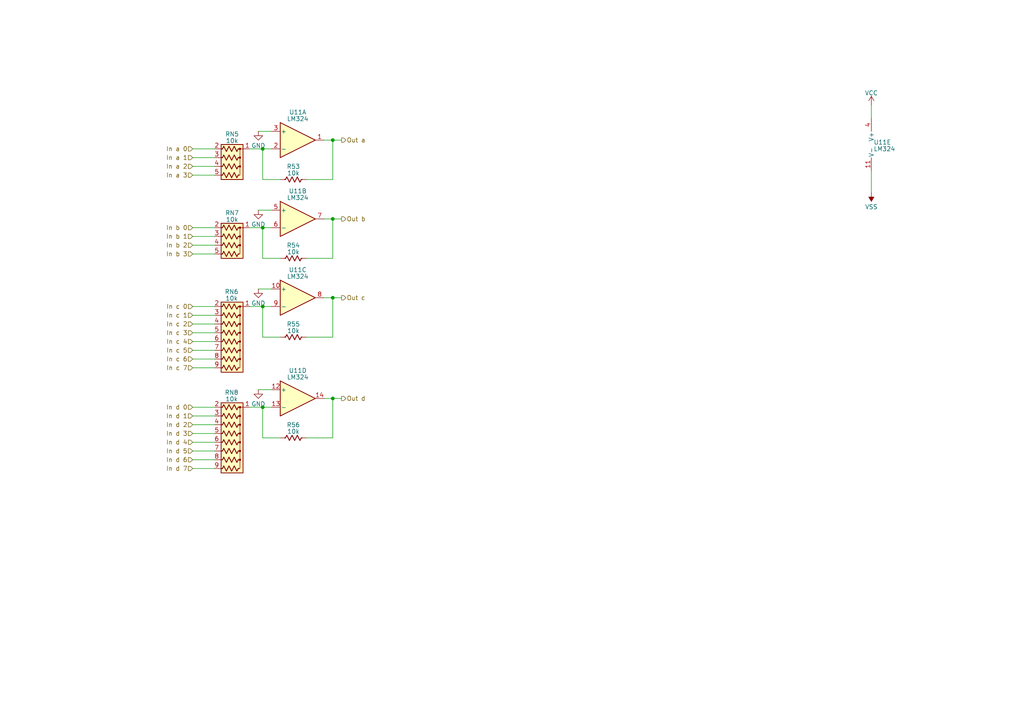
<source format=kicad_sch>
(kicad_sch (version 20230121) (generator eeschema)
  (paper "A4")
  (title_block (title "Inverting Summer 2x8 2x4"))
  (lib_symbols
    (symbol "Amplifier_Operational:LM324" (pin_names (offset 0.127))
      (property "Reference" "U" (at 0 5.08 0))
      (property "Value" "LM324" (at 0 -5.08 0))
      (symbol "LM324_1_1"
        (polyline (pts (xy -5.08 5.08) (xy 5.08 0) (xy -5.08 -5.08) (xy -5.08 5.08)) (stroke (width 0.254)) (fill (type background)))
        (pin output line (at 7.62 0 180) (length 2.54) (name "~") (number "1"))
        (pin input line (at -7.62 -2.54 0) (length 2.54) (name "-") (number "2"))
        (pin input line (at -7.62 2.54 0) (length 2.54) (name "+") (number "3"))
      )
      (symbol "LM324_2_1"
        (polyline (pts (xy -5.08 5.08) (xy 5.08 0) (xy -5.08 -5.08) (xy -5.08 5.08)) (stroke (width 0.254)) (fill (type background)))
        (pin input line (at -7.62 2.54 0) (length 2.54) (name "+") (number "5"))
        (pin input line (at -7.62 -2.54 0) (length 2.54) (name "-") (number "6"))
        (pin output line (at 7.62 0 180) (length 2.54) (name "~") (number "7"))
      )
      (symbol "LM324_3_1"
        (polyline (pts (xy -5.08 5.08) (xy 5.08 0) (xy -5.08 -5.08) (xy -5.08 5.08)) (stroke (width 0.254)) (fill (type background)))
        (pin input line (at -7.62 2.54 0) (length 2.54) (name "+") (number "10"))
        (pin output line (at 7.62 0 180) (length 2.54) (name "~") (number "8"))
        (pin input line (at -7.62 -2.54 0) (length 2.54) (name "-") (number "9"))
      )
      (symbol "LM324_4_1"
        (polyline (pts (xy -5.08 5.08) (xy 5.08 0) (xy -5.08 -5.08) (xy -5.08 5.08)) (stroke (width 0.254)) (fill (type background)))
        (pin input line (at -7.62 2.54 0) (length 2.54) (name "+") (number "12"))
        (pin input line (at -7.62 -2.54 0) (length 2.54) (name "-") (number "13"))
        (pin output line (at 7.62 0 180) (length 2.54) (name "~") (number "14"))
      )
      (symbol "LM324_5_1"
        (pin power_in line (at -2.54 -7.62 90) (length 3.81) (name "V-") (number "11"))
        (pin power_in line (at -2.54 7.62 270) (length 3.81) (name "V+") (number "4"))
      )
    )
    (symbol "PCM_Resistor_US_AKL:R_Box_L8.4mm_W2.5mm_P5.08mm" (pin_numbers hide) (pin_names (offset 0))
      (property "Reference" "R" (at 2.54 1.27 0))
      (property "Value" "R_Box_L8.4mm_W2.5mm_P5.08mm" (at 2.54 -1.27 0))
      (symbol "R_Box_L8.4mm_W2.5mm_P5.08mm_0_1"
        (polyline (pts (xy 0 -2.286) (xy 0 -2.54)) (stroke (width 0.254)))
        (polyline (pts (xy 0 2.286) (xy 0 2.54)) (stroke (width 0.254)))
        (polyline (pts (xy 0 2.286) (xy 0.762 1.905) (xy -0.762 1.143) (xy 0 0.762) (xy 0.762 0.381) (xy 0 0) (xy -0.762 -0.381) (xy 0 -0.762) (xy 0.762 -1.143) (xy 0 -1.524) (xy -0.762 -1.905) (xy 0 -2.286)) (stroke (width 0.254)))
      )
      (symbol "R_Box_L8.4mm_W2.5mm_P5.08mm_1_1"
        (pin passive line (at 0 3.81 270) (length 1.27) (name "~") (number "1"))
        (pin passive line (at 0 -3.81 90) (length 1.27) (name "~") (number "2"))
      )
    )
    (symbol "PCM_Resistor_US_AKL:R_Bussed_SIP-5" (pin_names (offset 0.002) hide)
      (property "Reference" "RN" (at 5.08 1.27 0))
      (property "Value" "R_Bussed_SIP-5" (at 5.08 -1.27 0))
      (symbol "R_Bussed_SIP-5_0_1"
        (rectangle (start -6.35 -3.175) (end 3.81 3.175) (stroke (width 0.254)) (fill (type background)))
        (circle (center -5.08 2.286) (radius 0.254) (fill (type outline)))
        (circle (center -2.54 2.286) (radius 0.254) (fill (type outline)))
        (polyline (pts (xy -5.08 -2.794) (xy -5.08 -3.81)))
        (polyline (pts (xy -5.08 -2.794) (xy -5.08 -3.048)) (stroke (width 0.254)))
        (polyline (pts (xy -5.08 1.778) (xy -5.08 2.032)) (stroke (width 0.254)))
        (polyline (pts (xy -5.08 3.81) (xy -5.08 2.54)))
        (polyline (pts (xy -2.54 -2.794) (xy -2.54 -3.81)))
        (polyline (pts (xy -2.54 -2.794) (xy -2.54 -3.048)) (stroke (width 0.254)))
        (polyline (pts (xy -2.54 1.778) (xy -2.54 2.032)) (stroke (width 0.254)))
        (polyline (pts (xy 0 -2.794) (xy 0 -3.81)))
        (polyline (pts (xy 0 -2.794) (xy 0 -3.048)) (stroke (width 0.254)))
        (polyline (pts (xy 0 1.778) (xy 0 2.032)) (stroke (width 0.254)))
        (polyline (pts (xy 2.54 -2.794) (xy 2.54 -3.81)))
        (polyline (pts (xy 2.54 -2.794) (xy 2.54 -3.048)) (stroke (width 0.254)))
        (polyline (pts (xy 2.54 1.778) (xy 2.54 2.032)) (stroke (width 0.254)))
        (polyline (pts (xy -5.08 1.778) (xy -5.08 2.286) (xy -2.54 2.286) (xy -2.54 1.778)))
        (polyline (pts (xy -2.54 1.778) (xy -2.54 2.286) (xy 0 2.286) (xy 0 1.778)))
        (polyline (pts (xy 0 1.778) (xy 0 2.286) (xy 2.54 2.286) (xy 2.54 1.778)))
        (polyline (pts (xy -5.08 1.778) (xy -4.318 1.397) (xy -5.842 0.635) (xy -5.08 0.254) (xy -4.318 -0.127) (xy -5.08 -0.508) (xy -5.842 -0.889) (xy -5.08 -1.27) (xy -4.318 -1.651) (xy -5.08 -2.032) (xy -5.842 -2.413) (xy -5.08 -2.794)) (stroke (width 0.254)))
        (polyline (pts (xy -2.54 1.778) (xy -1.778 1.397) (xy -3.302 0.635) (xy -2.54 0.254) (xy -1.778 -0.127) (xy -2.54 -0.508) (xy -3.302 -0.889) (xy -2.54 -1.27) (xy -1.778 -1.651) (xy -2.54 -2.032) (xy -3.302 -2.413) (xy -2.54 -2.794)) (stroke (width 0.254)))
        (polyline (pts (xy 0 1.778) (xy 0.762 1.397) (xy -0.762 0.635) (xy 0 0.254) (xy 0.762 -0.127) (xy 0 -0.508) (xy -0.762 -0.889) (xy 0 -1.27) (xy 0.762 -1.651) (xy 0 -2.032) (xy -0.762 -2.413) (xy 0 -2.794)) (stroke (width 0.254)))
        (polyline (pts (xy 2.54 1.778) (xy 3.302 1.397) (xy 1.778 0.635) (xy 2.54 0.254) (xy 3.302 -0.127) (xy 2.54 -0.508) (xy 1.778 -0.889) (xy 2.54 -1.27) (xy 3.302 -1.651) (xy 2.54 -2.032) (xy 1.778 -2.413) (xy 2.54 -2.794)) (stroke (width 0.254)))
        (circle (center 0 2.286) (radius 0.254) (fill (type outline)))
      )
      (symbol "R_Bussed_SIP-5_1_1"
        (pin passive line (at -5.08 5.08 270) (length 1.27) (name "common") (number "1"))
        (pin passive line (at -5.08 -5.08 90) (length 1.27) (name "R1") (number "2"))
        (pin passive line (at -2.54 -5.08 90) (length 1.27) (name "R2") (number "3"))
        (pin passive line (at 0 -5.08 90) (length 1.27) (name "R3") (number "4"))
        (pin passive line (at 2.54 -5.08 90) (length 1.27) (name "R4") (number "5"))
      )
    )
    (symbol "PCM_Resistor_US_AKL:R_Bussed_SIP-9" (pin_names (offset 0.002) hide)
      (property "Reference" "RN" (at 10.16 1.27 0))
      (property "Value" "R_Bussed_SIP-9" (at 10.16 -1.27 0))
      (symbol "R_Bussed_SIP-9_0_1"
        (rectangle (start -11.43 -3.175) (end 8.89 3.175) (stroke (width 0.254)) (fill (type background)))
        (circle (center -10.16 2.286) (radius 0.254) (fill (type outline)))
        (circle (center -7.62 2.286) (radius 0.254) (fill (type outline)))
        (circle (center -5.08 2.286) (radius 0.254) (fill (type outline)))
        (circle (center -2.54 2.286) (radius 0.254) (fill (type outline)))
        (polyline (pts (xy -10.16 -2.794) (xy -10.16 -3.81)))
        (polyline (pts (xy -10.16 -2.794) (xy -10.16 -3.048)) (stroke (width 0.254)))
        (polyline (pts (xy -10.16 1.778) (xy -10.16 2.032)) (stroke (width 0.254)))
        (polyline (pts (xy -10.16 3.81) (xy -10.16 2.54)))
        (polyline (pts (xy -7.62 -2.794) (xy -7.62 -4.064)))
        (polyline (pts (xy -7.62 -2.794) (xy -7.62 -3.048)) (stroke (width 0.254)))
        (polyline (pts (xy -7.62 1.778) (xy -7.62 2.032)) (stroke (width 0.254)))
        (polyline (pts (xy -5.08 -2.794) (xy -5.08 -3.81)))
        (polyline (pts (xy -5.08 -2.794) (xy -5.08 -3.048)) (stroke (width 0.254)))
        (polyline (pts (xy -5.08 1.778) (xy -5.08 2.032)) (stroke (width 0.254)))
        (polyline (pts (xy -2.54 -2.794) (xy -2.54 -3.81)))
        (polyline (pts (xy -2.54 -2.794) (xy -2.54 -3.048)) (stroke (width 0.254)))
        (polyline (pts (xy -2.54 1.778) (xy -2.54 2.032)) (stroke (width 0.254)))
        (polyline (pts (xy 0 -2.794) (xy 0 -3.81)))
        (polyline (pts (xy 0 -2.794) (xy 0 -3.048)) (stroke (width 0.254)))
        (polyline (pts (xy 0 1.778) (xy 0 2.032)) (stroke (width 0.254)))
        (polyline (pts (xy 2.54 -2.794) (xy 2.54 -3.81)))
        (polyline (pts (xy 2.54 -2.794) (xy 2.54 -3.048)) (stroke (width 0.254)))
        (polyline (pts (xy 2.54 1.778) (xy 2.54 2.032)) (stroke (width 0.254)))
        (polyline (pts (xy 5.08 -2.794) (xy 5.08 -3.81)))
        (polyline (pts (xy 5.08 -2.794) (xy 5.08 -3.048)) (stroke (width 0.254)))
        (polyline (pts (xy 5.08 1.778) (xy 5.08 2.032)) (stroke (width 0.254)))
        (polyline (pts (xy 7.62 -2.794) (xy 7.62 -3.81)))
        (polyline (pts (xy 7.62 -2.794) (xy 7.62 -3.048)) (stroke (width 0.254)))
        (polyline (pts (xy 7.62 1.778) (xy 7.62 2.032)) (stroke (width 0.254)))
        (polyline (pts (xy -10.16 1.778) (xy -10.16 2.286) (xy -7.62 2.286) (xy -7.62 1.778)))
        (polyline (pts (xy -7.62 1.778) (xy -7.62 2.286) (xy -5.08 2.286) (xy -5.08 1.778)))
        (polyline (pts (xy -5.08 1.778) (xy -5.08 2.286) (xy -2.54 2.286) (xy -2.54 1.778)))
        (polyline (pts (xy -2.54 1.778) (xy -2.54 2.286) (xy 0 2.286) (xy 0 1.778)))
        (polyline (pts (xy 0 1.778) (xy 0 2.286) (xy 2.54 2.286) (xy 2.54 1.778)))
        (polyline (pts (xy 2.54 1.778) (xy 2.54 2.286) (xy 5.08 2.286) (xy 5.08 1.778)))
        (polyline (pts (xy 5.08 1.778) (xy 5.08 2.286) (xy 7.62 2.286) (xy 7.62 1.778)))
        (polyline (pts (xy -10.16 1.778) (xy -9.398 1.397) (xy -10.922 0.635) (xy -10.16 0.254) (xy -9.398 -0.127) (xy -10.16 -0.508) (xy -10.922 -0.889) (xy -10.16 -1.27) (xy -9.398 -1.651) (xy -10.16 -2.032) (xy -10.922 -2.413) (xy -10.16 -2.794)) (stroke (width 0.254)))
        (polyline (pts (xy -7.62 1.778) (xy -6.858 1.397) (xy -8.382 0.635) (xy -7.62 0.254) (xy -6.858 -0.127) (xy -7.62 -0.508) (xy -8.382 -0.889) (xy -7.62 -1.27) (xy -6.858 -1.651) (xy -7.62 -2.032) (xy -8.382 -2.413) (xy -7.62 -2.794)) (stroke (width 0.254)))
        (polyline (pts (xy -5.08 1.778) (xy -4.318 1.397) (xy -5.842 0.635) (xy -5.08 0.254) (xy -4.318 -0.127) (xy -5.08 -0.508) (xy -5.842 -0.889) (xy -5.08 -1.27) (xy -4.318 -1.651) (xy -5.08 -2.032) (xy -5.842 -2.413) (xy -5.08 -2.794)) (stroke (width 0.254)))
        (polyline (pts (xy -2.54 1.778) (xy -1.778 1.397) (xy -3.302 0.635) (xy -2.54 0.254) (xy -1.778 -0.127) (xy -2.54 -0.508) (xy -3.302 -0.889) (xy -2.54 -1.27) (xy -1.778 -1.651) (xy -2.54 -2.032) (xy -3.302 -2.413) (xy -2.54 -2.794)) (stroke (width 0.254)))
        (polyline (pts (xy 0 1.778) (xy 0.762 1.397) (xy -0.762 0.635) (xy 0 0.254) (xy 0.762 -0.127) (xy 0 -0.508) (xy -0.762 -0.889) (xy 0 -1.27) (xy 0.762 -1.651) (xy 0 -2.032) (xy -0.762 -2.413) (xy 0 -2.794)) (stroke (width 0.254)))
        (polyline (pts (xy 2.54 1.778) (xy 3.302 1.397) (xy 1.778 0.635) (xy 2.54 0.254) (xy 3.302 -0.127) (xy 2.54 -0.508) (xy 1.778 -0.889) (xy 2.54 -1.27) (xy 3.302 -1.651) (xy 2.54 -2.032) (xy 1.778 -2.413) (xy 2.54 -2.794)) (stroke (width 0.254)))
        (polyline (pts (xy 5.08 1.778) (xy 5.842 1.397) (xy 4.318 0.635) (xy 5.08 0.254) (xy 5.842 -0.127) (xy 5.08 -0.508) (xy 4.318 -0.889) (xy 5.08 -1.27) (xy 5.842 -1.651) (xy 5.08 -2.032) (xy 4.318 -2.413) (xy 5.08 -2.794)) (stroke (width 0.254)))
        (polyline (pts (xy 7.62 1.778) (xy 8.382 1.397) (xy 6.858 0.635) (xy 7.62 0.254) (xy 8.382 -0.127) (xy 7.62 -0.508) (xy 6.858 -0.889) (xy 7.62 -1.27) (xy 8.382 -1.651) (xy 7.62 -2.032) (xy 6.858 -2.413) (xy 7.62 -2.794)) (stroke (width 0.254)))
        (circle (center 0 2.286) (radius 0.254) (fill (type outline)))
        (circle (center 2.54 2.286) (radius 0.254) (fill (type outline)))
        (circle (center 5.08 2.286) (radius 0.254) (fill (type outline)))
      )
      (symbol "R_Bussed_SIP-9_1_1"
        (pin passive line (at -10.16 5.08 270) (length 1.27) (name "common") (number "1"))
        (pin passive line (at -10.16 -5.08 90) (length 1.27) (name "R1") (number "2"))
        (pin passive line (at -7.62 -5.08 90) (length 1.27) (name "R2") (number "3"))
        (pin passive line (at -5.08 -5.08 90) (length 1.27) (name "R3") (number "4"))
        (pin passive line (at -2.54 -5.08 90) (length 1.27) (name "R4") (number "5"))
        (pin passive line (at 0 -5.08 90) (length 1.27) (name "R5") (number "6"))
        (pin passive line (at 2.54 -5.08 90) (length 1.27) (name "R6") (number "7"))
        (pin passive line (at 5.08 -5.08 90) (length 1.27) (name "R7") (number "8"))
        (pin passive line (at 7.62 -5.08 90) (length 1.27) (name "R8") (number "9"))
      )
    )
    (symbol "power:GND" (power) (pin_names (offset 0))
      (property "Value" "GND" (at 0 -3.81 0))
      (symbol "GND_0_1"
        (polyline (pts (xy 0 0) (xy 0 -1.27) (xy 1.27 -1.27) (xy 0 -2.54) (xy -1.27 -1.27) (xy 0 -1.27)))
      )
      (symbol "GND_1_1"
        (pin power_in line (at 0 0 270) (length 0) hide (name "GND") (number "1"))
      )
    )
    (symbol "power:VCC" (power) (pin_names (offset 0))
      (property "Value" "VCC" (at 0 3.81 0))
      (symbol "VCC_0_1"
        (polyline (pts (xy -0.762 1.27) (xy 0 2.54)))
        (polyline (pts (xy 0 0) (xy 0 2.54)))
        (polyline (pts (xy 0 2.54) (xy 0.762 1.27)))
      )
      (symbol "VCC_1_1"
        (pin power_in line (at 0 0 90) (length 0) hide (name "VCC") (number "1"))
      )
    )
    (symbol "power:VSS" (power) (pin_names (offset 0))
      (property "Value" "VSS" (at 0 3.81 0))
      (symbol "VSS_0_1"
        (polyline (pts (xy 0 0) (xy 0 2.54)))
        (polyline (pts (xy 0.762 1.27) (xy -0.762 1.27) (xy 0 2.54) (xy 0.762 1.27)) (fill (type outline)))
      )
      (symbol "VSS_1_1"
        (pin power_in line (at 0 0 90) (length 0) hide (name "VSS") (number "1"))
      )
    )
  )
  (junction (at 96.52 40.64))
  (junction (at 76.2 66.04))
  (junction (at 96.52 63.5))
  (junction (at 76.2 118.11))
  (junction (at 76.2 43.18))
  (junction (at 76.2 88.9))
  (junction (at 96.52 115.57))
  (junction (at 96.52 86.36))
  (wire (pts (xy 55.88 45.72) (xy 62.23 45.72)))
  (wire (pts (xy 55.88 50.8) (xy 62.23 50.8)))
  (wire (pts (xy 96.52 74.93) (xy 88.9 74.93)))
  (wire (pts (xy 55.88 48.26) (xy 62.23 48.26)))
  (wire (pts (xy 96.52 40.64) (xy 99.06 40.64)))
  (wire (pts (xy 76.2 88.9) (xy 76.2 97.79)))
  (wire (pts (xy 252.73 49.53) (xy 252.73 55.88)))
  (wire (pts (xy 55.88 68.58) (xy 62.23 68.58)))
  (wire (pts (xy 96.52 63.5) (xy 99.06 63.5)))
  (wire (pts (xy 96.52 86.36) (xy 96.52 97.79)))
  (wire (pts (xy 76.2 118.11) (xy 76.2 127)))
  (wire (pts (xy 93.98 40.64) (xy 96.52 40.64)))
  (wire (pts (xy 55.88 96.52) (xy 62.23 96.52)))
  (wire (pts (xy 55.88 106.68) (xy 62.23 106.68)))
  (wire (pts (xy 72.39 118.11) (xy 76.2 118.11)))
  (wire (pts (xy 55.88 88.9) (xy 62.23 88.9)))
  (wire (pts (xy 96.52 52.07) (xy 88.9 52.07)))
  (wire (pts (xy 96.52 115.57) (xy 96.52 127)))
  (wire (pts (xy 96.52 86.36) (xy 99.06 86.36)))
  (wire (pts (xy 55.88 125.73) (xy 62.23 125.73)))
  (wire (pts (xy 96.52 63.5) (xy 96.52 74.93)))
  (wire (pts (xy 55.88 71.12) (xy 62.23 71.12)))
  (wire (pts (xy 76.2 118.11) (xy 78.74 118.11)))
  (wire (pts (xy 96.52 127) (xy 88.9 127)))
  (wire (pts (xy 55.88 123.19) (xy 62.23 123.19)))
  (wire (pts (xy 55.88 104.14) (xy 62.23 104.14)))
  (wire (pts (xy 74.93 60.96) (xy 78.74 60.96)))
  (wire (pts (xy 96.52 115.57) (xy 99.06 115.57)))
  (wire (pts (xy 55.88 128.27) (xy 62.23 128.27)))
  (wire (pts (xy 74.93 83.82) (xy 78.74 83.82)))
  (wire (pts (xy 72.39 66.04) (xy 76.2 66.04)))
  (wire (pts (xy 55.88 43.18) (xy 62.23 43.18)))
  (wire (pts (xy 81.28 74.93) (xy 76.2 74.93)))
  (wire (pts (xy 76.2 43.18) (xy 76.2 52.07)))
  (wire (pts (xy 93.98 63.5) (xy 96.52 63.5)))
  (wire (pts (xy 55.88 118.11) (xy 62.23 118.11)))
  (wire (pts (xy 76.2 88.9) (xy 78.74 88.9)))
  (wire (pts (xy 55.88 130.81) (xy 62.23 130.81)))
  (wire (pts (xy 76.2 43.18) (xy 78.74 43.18)))
  (wire (pts (xy 55.88 73.66) (xy 62.23 73.66)))
  (wire (pts (xy 252.73 30.48) (xy 252.73 34.29)))
  (wire (pts (xy 55.88 66.04) (xy 62.23 66.04)))
  (wire (pts (xy 81.28 52.07) (xy 76.2 52.07)))
  (wire (pts (xy 74.93 113.03) (xy 78.74 113.03)))
  (wire (pts (xy 81.28 127) (xy 76.2 127)))
  (wire (pts (xy 81.28 97.79) (xy 76.2 97.79)))
  (wire (pts (xy 72.39 43.18) (xy 76.2 43.18)))
  (wire (pts (xy 55.88 99.06) (xy 62.23 99.06)))
  (wire (pts (xy 76.2 66.04) (xy 76.2 74.93)))
  (wire (pts (xy 55.88 135.89) (xy 62.23 135.89)))
  (wire (pts (xy 55.88 133.35) (xy 62.23 133.35)))
  (wire (pts (xy 72.39 88.9) (xy 76.2 88.9)))
  (wire (pts (xy 93.98 86.36) (xy 96.52 86.36)))
  (wire (pts (xy 93.98 115.57) (xy 96.52 115.57)))
  (wire (pts (xy 74.93 38.1) (xy 78.74 38.1)))
  (wire (pts (xy 96.52 40.64) (xy 96.52 52.07)))
  (wire (pts (xy 55.88 91.44) (xy 62.23 91.44)))
  (wire (pts (xy 96.52 97.79) (xy 88.9 97.79)))
  (wire (pts (xy 55.88 120.65) (xy 62.23 120.65)))
  (wire (pts (xy 76.2 66.04) (xy 78.74 66.04)))
  (wire (pts (xy 55.88 93.98) (xy 62.23 93.98)))
  (wire (pts (xy 55.88 101.6) (xy 62.23 101.6)))
  (hierarchical_label "In c 1" (shape input) (at 55.88 91.44 180))
  (hierarchical_label "In c 4" (shape input) (at 55.88 99.06 180))
  (hierarchical_label "Out c" (shape output) (at 99.06 86.36 0))
  (hierarchical_label "In c 7" (shape input) (at 55.88 106.68 180))
  (hierarchical_label "In c 2" (shape input) (at 55.88 93.98 180))
  (hierarchical_label "In d 0" (shape input) (at 55.88 118.11 180))
  (hierarchical_label "In a 1" (shape input) (at 55.88 45.72 180))
  (hierarchical_label "In b 0" (shape input) (at 55.88 66.04 180))
  (hierarchical_label "In b 3" (shape input) (at 55.88 73.66 180))
  (hierarchical_label "Out d" (shape output) (at 99.06 115.57 0))
  (hierarchical_label "In d 3" (shape input) (at 55.88 125.73 180))
  (hierarchical_label "In c 0" (shape input) (at 55.88 88.9 180))
  (hierarchical_label "In c 6" (shape input) (at 55.88 104.14 180))
  (hierarchical_label "Out a" (shape output) (at 99.06 40.64 0))
  (hierarchical_label "In b 1" (shape input) (at 55.88 68.58 180))
  (hierarchical_label "In d 7" (shape input) (at 55.88 135.89 180))
  (hierarchical_label "In b 2" (shape input) (at 55.88 71.12 180))
  (hierarchical_label "In a 2" (shape input) (at 55.88 48.26 180))
  (hierarchical_label "In a 3" (shape input) (at 55.88 50.8 180))
  (hierarchical_label "In d 2" (shape input) (at 55.88 123.19 180))
  (hierarchical_label "In c 5" (shape input) (at 55.88 101.6 180))
  (hierarchical_label "In d 6" (shape input) (at 55.88 133.35 180))
  (hierarchical_label "In a 0" (shape input) (at 55.88 43.18 180))
  (hierarchical_label "In d 1" (shape input) (at 55.88 120.65 180))
  (hierarchical_label "Out b" (shape output) (at 99.06 63.5 0))
  (hierarchical_label "In c 3" (shape input) (at 55.88 96.52 180))
  (hierarchical_label "In d 5" (shape input) (at 55.88 130.81 180))
  (hierarchical_label "In d 4" (shape input) (at 55.88 128.27 180))
  (symbol (lib_id "Amplifier_Operational:LM324") (at 86.36 40.64 0) (unit 1)
    (property "Reference" "U11" (at 86.36 32.5501 0))
    (property "Value" "LM324" (at 86.36 34.4711 0))
    (property "Footprint" "Package_DIP:DIP-14_W7.62mm_Socket" (effects hide))
    (property "Datasheet" "http://www.ti.com/lit/ds/symlink/lm2902-n.pdf" (effects hide))
  )
  (symbol (lib_id "PCM_Resistor_US_AKL:R_Box_L8.4mm_W2.5mm_P5.08mm") (at 85.09 97.79 90) (unit 1)
    (property "Reference" "R55" (at 85.09 94.0181 90))
    (property "Value" "10k" (at 85.09 95.9391 90))
    (property "Footprint" "Resistor_THT:R_Axial_DIN0204_L3.6mm_D1.6mm_P2.54mm_Vertical" (effects hide))
  )
  (symbol (lib_id "PCM_Resistor_US_AKL:R_Bussed_SIP-9") (at 67.31 128.27 270) (unit 1)
    (property "Reference" "RN8" (at 67.183 113.8301 90))
    (property "Value" "10k" (at 67.183 115.7511 90))
    (property "Footprint" "Resistor_THT:R_Array_SIP9" (effects hide))
  )
  (symbol (lib_id "power:GND") (at 74.93 113.03 0) (unit 1)
    (property "Reference" "#PWR040" (effects hide))
    (property "Value" "GND" (at 74.93 117.1655 0))
  )
  (symbol (lib_id "PCM_Resistor_US_AKL:R_Box_L8.4mm_W2.5mm_P5.08mm") (at 85.09 127 90) (unit 1)
    (property "Reference" "R56" (at 85.09 123.2281 90))
    (property "Value" "10k" (at 85.09 125.1491 90))
    (property "Footprint" "Resistor_THT:R_Axial_DIN0204_L3.6mm_D1.6mm_P2.54mm_Vertical" (effects hide))
  )
  (symbol (lib_id "power:GND") (at 74.93 60.96 0) (unit 1)
    (property "Reference" "#PWR038" (effects hide))
    (property "Value" "GND" (at 74.93 65.0955 0))
  )
  (symbol (lib_id "power:VSS") (at 252.73 55.88 180) (unit 1)
    (property "Reference" "#PWR042" (effects hide))
    (property "Value" "VSS" (at 252.73 60.0155 0))
  )
  (symbol (lib_id "Amplifier_Operational:LM324") (at 86.36 115.57 0) (unit 4)
    (property "Reference" "U11" (at 86.36 107.4801 0))
    (property "Value" "LM324" (at 86.36 109.4011 0))
    (property "Footprint" "Package_DIP:DIP-14_W7.62mm_Socket" (effects hide))
    (property "Datasheet" "http://www.ti.com/lit/ds/symlink/lm2902-n.pdf" (effects hide))
  )
  (symbol (lib_id "PCM_Resistor_US_AKL:R_Box_L8.4mm_W2.5mm_P5.08mm") (at 85.09 74.93 90) (unit 1)
    (property "Reference" "R54" (at 85.09 71.1581 90))
    (property "Value" "10k" (at 85.09 73.0791 90))
    (property "Footprint" "Resistor_THT:R_Axial_DIN0204_L3.6mm_D1.6mm_P2.54mm_Vertical" (effects hide))
  )
  (symbol (lib_id "Amplifier_Operational:LM324") (at 255.27 41.91 0) (unit 5)
    (property "Reference" "U11" (at 253.365 41.2663 0) (effects (justify left)))
    (property "Value" "LM324" (at 253.365 43.1873 0) (effects (justify left)))
    (property "Footprint" "Package_DIP:DIP-14_W7.62mm_Socket" (effects hide))
    (property "Datasheet" "http://www.ti.com/lit/ds/symlink/lm2902-n.pdf" (effects hide))
  )
  (symbol (lib_id "PCM_Resistor_US_AKL:R_Bussed_SIP-9") (at 67.31 99.06 270) (unit 1)
    (property "Reference" "RN6" (at 67.183 84.6201 90))
    (property "Value" "10k" (at 67.183 86.5411 90))
    (property "Footprint" "Resistor_THT:R_Array_SIP9" (effects hide))
  )
  (symbol (lib_id "Amplifier_Operational:LM324") (at 86.36 63.5 0) (unit 2)
    (property "Reference" "U11" (at 86.36 55.4101 0))
    (property "Value" "LM324" (at 86.36 57.3311 0))
    (property "Footprint" "Package_DIP:DIP-14_W7.62mm_Socket" (effects hide))
    (property "Datasheet" "http://www.ti.com/lit/ds/symlink/lm2902-n.pdf" (effects hide))
  )
  (symbol (lib_id "power:GND") (at 74.93 83.82 0) (unit 1)
    (property "Reference" "#PWR039" (effects hide))
    (property "Value" "GND" (at 74.93 87.9555 0))
  )
  (symbol (lib_id "PCM_Resistor_US_AKL:R_Bussed_SIP-5") (at 67.31 71.12 270) (unit 1)
    (property "Reference" "RN7" (at 67.31 61.7601 90))
    (property "Value" "10k" (at 67.31 63.6811 90))
    (property "Footprint" "Resistor_THT:R_Array_SIP5" (effects hide))
  )
  (symbol (lib_id "power:GND") (at 74.93 38.1 0) (unit 1)
    (property "Reference" "#PWR037" (effects hide))
    (property "Value" "GND" (at 74.93 42.2355 0))
  )
  (symbol (lib_id "PCM_Resistor_US_AKL:R_Box_L8.4mm_W2.5mm_P5.08mm") (at 85.09 52.07 90) (unit 1)
    (property "Reference" "R53" (at 85.09 48.2981 90))
    (property "Value" "10k" (at 85.09 50.2191 90))
    (property "Footprint" "Resistor_THT:R_Axial_DIN0204_L3.6mm_D1.6mm_P2.54mm_Vertical" (effects hide))
  )
  (symbol (lib_id "PCM_Resistor_US_AKL:R_Bussed_SIP-5") (at 67.31 48.26 270) (unit 1)
    (property "Reference" "RN5" (at 67.31 38.9001 90))
    (property "Value" "10k" (at 67.31 40.8211 90))
    (property "Footprint" "Resistor_THT:R_Array_SIP5" (effects hide))
  )
  (symbol (lib_id "Amplifier_Operational:LM324") (at 86.36 86.36 0) (unit 3)
    (property "Reference" "U11" (at 86.36 78.2701 0))
    (property "Value" "LM324" (at 86.36 80.1911 0))
    (property "Footprint" "Package_DIP:DIP-14_W7.62mm_Socket" (effects hide))
    (property "Datasheet" "http://www.ti.com/lit/ds/symlink/lm2902-n.pdf" (effects hide))
  )
  (symbol (lib_id "power:VCC") (at 252.73 30.48 0) (unit 1)
    (property "Reference" "#PWR041" (effects hide))
    (property "Value" "VCC" (at 252.73 26.9781 0))
  )
)
</source>
